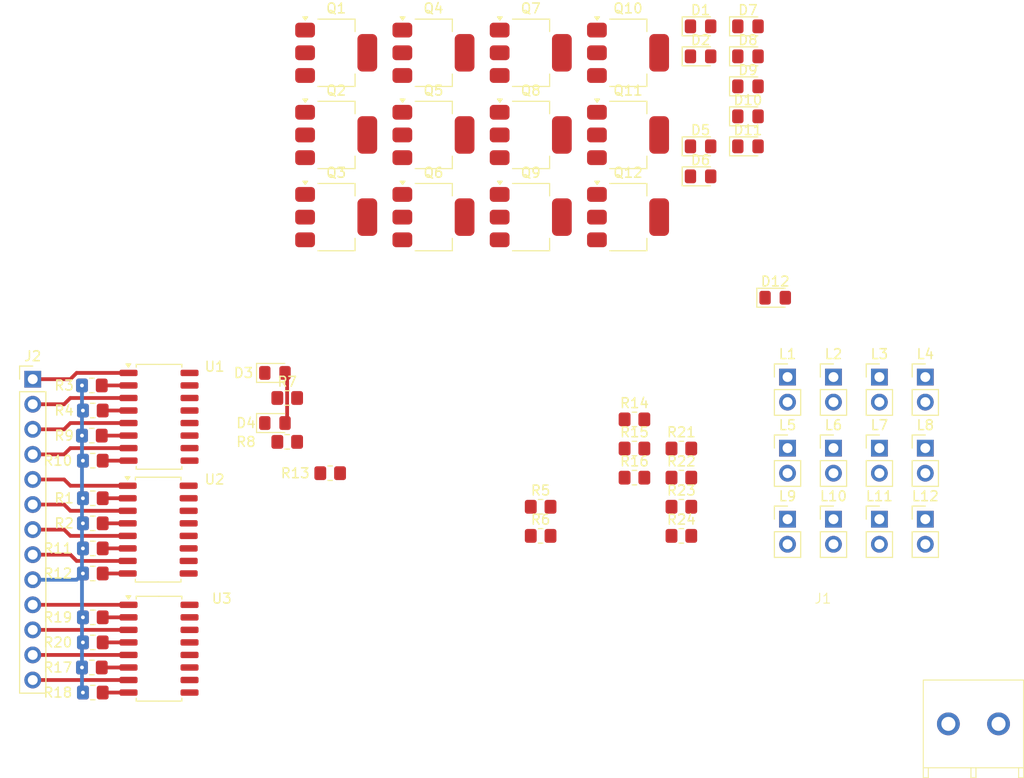
<source format=kicad_pcb>
(kicad_pcb (version 20241229) (generator "pcbnew") (generator_version "9.0")
  (layers (0 "F.Cu" signal) (2 "B.Cu" signal) (13 "F.Paste" user) (15 "B.Paste" user) (5 "F.SilkS" user "F.Silkscreen") (7 "B.SilkS" user "B.Silkscreen") (1 "F.Mask" user) (3 "B.Mask" user) (25 "Edge.Cuts" user))
  (net 0 "")
  (net 1 "+12v")
  (net 2 "Net-(D1-K)")
  (net 3 "Net-(D2-K)")
  (net 4 "Net-(D3-K)")
  (net 5 "Net-(D4-K)")
  (net 6 "Net-(D5-K)")
  (net 7 "Net-(D6-K)")
  (net 8 "Net-(D7-K)")
  (net 9 "Net-(D8-K)")
  (net 10 "Net-(D9-K)")
  (net 11 "Net-(D10-K)")
  (net 12 "Net-(D11-K)")
  (net 13 "Chassis_GND")
  (net 14 "E MUTE")
  (net 15 "E1")
  (net 16 "A1")
  (net 17 "A MUTE")
  (net 18 "D MUTE")
  (net 19 "G0")
  (net 20 "D1")
  (net 21 "GND")
  (net 22 "G1")
  (net 23 "A0")
  (net 24 "E0")
  (net 25 "G MUTE")
  (net 26 "D0")
  (net 27 "Net-(Q1-C)")
  (net 28 "Net-(Q2-C)")
  (net 29 "Net-(Q3-C)")
  (net 30 "Net-(Q4-C)")
  (net 31 "Net-(Q5-C)")
  (net 32 "Net-(Q6-C)")
  (net 33 "Net-(Q7-C)")
  (net 34 "Net-(Q8-C)")
  (net 35 "Net-(Q9-C)")
  (net 36 "Net-(Q10-C)")
  (net 37 "Net-(Q11-C)")
  (net 38 "Net-(Q12-C)")
  (net 39 "Net-(Q1-B)")
  (net 40 "Net-(Q2-B)")
  (net 41 "Net-(Q3-B)")
  (net 42 "Net-(Q4-B)")
  (net 43 "Net-(Q5-B)")
  (net 44 "Net-(Q6-B)")
  (net 45 "Net-(Q7-B)")
  (net 46 "Net-(Q8-B)")
  (net 47 "Net-(Q9-B)")
  (net 48 "Net-(Q10-B)")
  (net 49 "Net-(Q11-B)")
  (net 50 "Net-(Q12-B)")
  (net 51 "Net-(R1-Pad2)")
  (net 52 "Net-(R2-Pad2)")
  (net 53 "Net-(R3-Pad2)")
  (net 54 "Net-(R4-Pad2)")
  (net 55 "Net-(R5-Pad1)")
  (net 56 "Net-(R6-Pad1)")
  (net 57 "Net-(R7-Pad1)")
  (net 58 "Net-(R8-Pad1)")
  (net 59 "Net-(R9-Pad2)")
  (net 60 "Net-(R10-Pad2)")
  (net 61 "Net-(R11-Pad2)")
  (net 62 "Net-(R12-Pad2)")
  (net 63 "Net-(R13-Pad1)")
  (net 64 "Net-(R14-Pad1)")
  (net 65 "Net-(R15-Pad1)")
  (net 66 "Net-(R16-Pad1)")
  (net 67 "Net-(R17-Pad2)")
  (net 68 "Net-(R18-Pad2)")
  (net 69 "Net-(R19-Pad2)")
  (net 70 "Net-(R20-Pad2)")
  (net 71 "Net-(R21-Pad1)")
  (net 72 "Net-(R22-Pad1)")
  (net 73 "Net-(R23-Pad1)")
  (net 74 "Net-(R24-Pad1)")
  (net 75 "Net-(D12-K)")
  (footprint "Resistor_SMD:R_0805_2012Metric_Pad1.20x1.40mm_HandSolder" (layer "F.Cu") (at 73.295 95.25)
    (property "Reference" "R13" (at -3.54 0 0) (layer "F.SilkS"))
    (property "Value" "4.7kΩ")
    (pad "1" smd roundrect (at -1 0) (size 1.2 1.4) (layers "F.Cu" "F.Mask" "F.Paste") (roundrect_rratio 0.208333) (net 63 "Net-(R13-Pad1)"))
    (pad "2" smd roundrect (at 1 0) (size 1.2 1.4) (layers "F.Cu" "F.Mask" "F.Paste") (roundrect_rratio 0.208333) (net 43 "Net-(Q5-B)"))
  )
  (footprint "Package_TO_SOT_SMD:SOT-223-3_TabPin2" (layer "F.Cu") (at 103.455 52.655)
    (property "Reference" "Q10" (at 0 -4.5 0) (layer "F.SilkS"))
    (property "Value" "STN851-A")
    (pad "1" smd roundrect (at -3.15 -2.3) (size 2 1.5) (layers "F.Cu" "F.Mask" "F.Paste") (net 48 "Net-(Q10-B)"))
    (pad "2" smd roundrect (at -3.15 0) (size 2 1.5) (layers "F.Cu" "F.Mask" "F.Paste") (net 36 "Net-(Q10-C)"))
    (pad "2" smd roundrect (at 3.15 0) (size 2 3.8) (layers "F.Cu" "F.Mask" "F.Paste") (net 36 "Net-(Q10-C)"))
    (pad "3" smd roundrect (at -3.15 2.3) (size 2 1.5) (layers "F.Cu" "F.Mask" "F.Paste") (net 13 "Chassis_GND"))
  )
  (footprint "Resistor_SMD:R_0805_2012Metric_Pad1.20x1.40mm_HandSolder" (layer "F.Cu") (at 49.26 102.87)
    (property "Reference" "R11" (at -3.54 0 0) (layer "F.SilkS"))
    (property "Value" "4.7kΩ")
    (pad "1" thru_hole roundrect (at -1 0) (size 1.2 1.4) (drill 0.381) (layers "*.Cu" "*.Mask") (roundrect_rratio 0.208333) (net 21 "GND"))
    (pad "2" smd roundrect (at 1 0) (size 1.2 1.4) (layers "F.Cu" "F.Mask" "F.Paste") (roundrect_rratio 0.208333) (net 61 "Net-(R11-Pad2)"))
  )
  (footprint "Package_TO_SOT_SMD:SOT-223-3_TabPin2" (layer "F.Cu") (at 93.605 60.98)
    (property "Reference" "Q8" (at 0 -4.5 0) (layer "F.SilkS"))
    (property "Value" "STN851-A")
    (pad "1" smd roundrect (at -3.15 -2.3) (size 2 1.5) (layers "F.Cu" "F.Mask" "F.Paste") (net 46 "Net-(Q8-B)"))
    (pad "2" smd roundrect (at -3.15 0) (size 2 1.5) (layers "F.Cu" "F.Mask" "F.Paste") (net 34 "Net-(Q8-C)"))
    (pad "2" smd roundrect (at 3.15 0) (size 2 3.8) (layers "F.Cu" "F.Mask" "F.Paste") (net 34 "Net-(Q8-C)"))
    (pad "3" smd roundrect (at -3.15 2.3) (size 2 1.5) (layers "F.Cu" "F.Mask" "F.Paste") (net 13 "Chassis_GND"))
  )
  (footprint "Package_TO_SOT_SMD:SOT-223-3_TabPin2" (layer "F.Cu") (at 83.755 60.98)
    (property "Reference" "Q5" (at 0 -4.5 0) (layer "F.SilkS"))
    (property "Value" "STN851-A")
    (pad "1" smd roundrect (at -3.15 -2.3) (size 2 1.5) (layers "F.Cu" "F.Mask" "F.Paste") (net 43 "Net-(Q5-B)"))
    (pad "2" smd roundrect (at -3.15 0) (size 2 1.5) (layers "F.Cu" "F.Mask" "F.Paste") (net 31 "Net-(Q5-C)"))
    (pad "2" smd roundrect (at 3.15 0) (size 2 3.8) (layers "F.Cu" "F.Mask" "F.Paste") (net 31 "Net-(Q5-C)"))
    (pad "3" smd roundrect (at -3.15 2.3) (size 2 1.5) (layers "F.Cu" "F.Mask" "F.Paste") (net 13 "Chassis_GND"))
  )
  (footprint "Connector_PinHeader_2.54mm:PinHeader_1x02_P2.54mm_Vertical" (layer "F.Cu") (at 119.605 99.91)
    (property "Reference" "L9" (at 0 -2.33 0) (layer "F.SilkS"))
    (property "Value" "Solenoid")
    (pad "1" thru_hole rect (at 0 0) (size 1.7 1.7) (drill 1) (layers "*.Cu" "*.Mask") (net 1 "+12v"))
    (pad "2" thru_hole oval (at 0 2.54) (size 1.7 1.7) (drill 1) (layers "*.Cu" "*.Mask") (net 35 "Net-(Q9-C)"))
  )
  (footprint "Connector_PinHeader_2.54mm:PinHeader_1x02_P2.54mm_Vertical" (layer "F.Cu") (at 128.905 99.91)
    (property "Reference" "L11" (at 0 -2.33 0) (layer "F.SilkS"))
    (property "Value" "Solenoid")
    (pad "1" thru_hole rect (at 0 0) (size 1.7 1.7) (drill 1) (layers "*.Cu" "*.Mask") (net 1 "+12v"))
    (pad "2" thru_hole oval (at 0 2.54) (size 1.7 1.7) (drill 1) (layers "*.Cu" "*.Mask") (net 37 "Net-(Q11-C)"))
  )
  (footprint "Package_TO_SOT_SMD:SOT-223-3_TabPin2" (layer "F.Cu") (at 103.455 60.98)
    (property "Reference" "Q11" (at 0 -4.5 0) (layer "F.SilkS"))
    (property "Value" "STN851-A")
    (pad "1" smd roundrect (at -3.15 -2.3) (size 2 1.5) (layers "F.Cu" "F.Mask" "F.Paste") (net 49 "Net-(Q11-B)"))
    (pad "2" smd roundrect (at -3.15 0) (size 2 1.5) (layers "F.Cu" "F.Mask" "F.Paste") (net 37 "Net-(Q11-C)"))
    (pad "2" smd roundrect (at 3.15 0) (size 2 3.8) (layers "F.Cu" "F.Mask" "F.Paste") (net 37 "Net-(Q11-C)"))
    (pad "3" smd roundrect (at -3.15 2.3) (size 2 1.5) (layers "F.Cu" "F.Mask" "F.Paste") (net 13 "Chassis_GND"))
  )
  (footprint "Connector_PinHeader_2.54mm:PinHeader_1x02_P2.54mm_Vertical" (layer "F.Cu") (at 119.605 92.71)
    (property "Reference" "L5" (at 0 -2.33 0) (layer "F.SilkS"))
    (property "Value" "Solenoid")
    (pad "1" thru_hole rect (at 0 0) (size 1.7 1.7) (drill 1) (layers "*.Cu" "*.Mask") (net 1 "+12v"))
    (pad "2" thru_hole oval (at 0 2.54) (size 1.7 1.7) (drill 1) (layers "*.Cu" "*.Mask") (net 31 "Net-(Q5-C)"))
  )
  (footprint "Resistor_SMD:R_0805_2012Metric_Pad1.20x1.40mm_HandSolder" (layer "F.Cu") (at 104.105 89.8)
    (property "Reference" "R14" (at 0 -1.65 0) (layer "F.SilkS"))
    (property "Value" "4.7kΩ")
    (pad "1" smd roundrect (at -1 0) (size 1.2 1.4) (layers "F.Cu" "F.Mask" "F.Paste") (roundrect_rratio 0.208333) (net 64 "Net-(R14-Pad1)"))
    (pad "2" smd roundrect (at 1 0) (size 1.2 1.4) (layers "F.Cu" "F.Mask" "F.Paste") (roundrect_rratio 0.208333) (net 44 "Net-(Q6-B)"))
  )
  (footprint "Connector_PinHeader_2.54mm:PinHeader_1x02_P2.54mm_Vertical" (layer "F.Cu") (at 133.555 85.51)
    (property "Reference" "L4" (at 0 -2.33 0) (layer "F.SilkS"))
    (property "Value" "Solenoid")
    (pad "1" thru_hole rect (at 0 0) (size 1.7 1.7) (drill 1) (layers "*.Cu" "*.Mask") (net 1 "+12v"))
    (pad "2" thru_hole oval (at 0 2.54) (size 1.7 1.7) (drill 1) (layers "*.Cu" "*.Mask") (net 30 "Net-(Q4-C)"))
  )
  (footprint "Connector_PinHeader_2.54mm:PinHeader_1x13_P2.54mm_Vertical" (layer "F.Cu") (at 43.18 85.725)
    (property "Reference" "J2" (at 0 -2.33 0) (layer "F.SilkS"))
    (property "Value" "Pluck IN")
    (pad "1" thru_hole rect (at 0 0) (size 1.7 1.7) (drill 1) (layers "*.Cu" "*.Mask") (net 24 "E0"))
    (pad "2" thru_hole oval (at 0 2.54) (size 1.7 1.7) (drill 1) (layers "*.Cu" "*.Mask") (net 15 "E1"))
    (pad "3" thru_hole oval (at 0 5.08) (size 1.7 1.7) (drill 1) (layers "*.Cu" "*.Mask") (net 23 "A0"))
    (pad "4" thru_hole oval (at 0 7.62) (size 1.7 1.7) (drill 1) (layers "*.Cu" "*.Mask") (net 16 "A1"))
    (pad "5" thru_hole oval (at 0 10.16) (size 1.7 1.7) (drill 1) (layers "*.Cu" "*.Mask") (net 26 "D0"))
    (pad "6" thru_hole oval (at 0 12.7) (size 1.7 1.7) (drill 1) (layers "*.Cu" "*.Mask") (net 20 "D1"))
    (pad "7" thru_hole oval (at 0 15.24) (size 1.7 1.7) (drill 1) (layers "*.Cu" "*.Mask") (net 19 "G0"))
    (pad "8" thru_hole oval (at 0 17.78) (size 1.7 1.7) (drill 1) (layers "*.Cu" "*.Mask") (net 22 "G1"))
    (pad "9" thru_hole oval (at 0 20.32) (size 1.7 1.7) (drill 1) (layers "*.Cu" "*.Mask") (net 21 "GND"))
    (pad "10" thru_hole oval (at 0 22.86) (size 1.7 1.7) (drill 1) (layers "*.Cu" "*.Mask") (net 14 "E MUTE"))
    (pad "11" thru_hole oval (at 0 25.4) (size 1.7 1.7) (drill 1) (layers "*.Cu" "*.Mask") (net 17 "A MUTE"))
    (pad "12" thru_hole oval (at 0 27.94) (size 1.7 1.7) (drill 1) (layers "*.Cu" "*.Mask") (net 18 "D MUTE"))
    (pad "13" thru_hole oval (at 0 30.48) (size 1.7 1.7) (drill 1) (layers "*.Cu" "*.Mask") (net 25 "G MUTE"))
  )
  (footprint "Resistor_SMD:R_0805_2012Metric_Pad1.20x1.40mm_HandSolder" (layer "F.Cu") (at 49.165 114.935)
    (property "Reference" "R17" (at -3.445 0 0) (layer "F.SilkS"))
    (property "Value" "4.7kΩ")
    (pad "1" thru_hole roundrect (at -1 0) (size 1.2 1.4) (drill 0.381) (layers "*.Cu" "*.Mask") (roundrect_rratio 0.208333) (net 21 "GND"))
    (pad "2" smd roundrect (at 1 0) (size 1.2 1.4) (layers "F.Cu" "F.Mask" "F.Paste") (roundrect_rratio 0.208333) (net 67 "Net-(R17-Pad2)"))
  )
  (footprint "LED_SMD:LED_0805_2012Metric_Pad1.15x1.40mm_HandSolder" (layer "F.Cu") (at 115.595 49.975)
    (property "Reference" "D7" (at 0 -1.65 0) (layer "F.SilkS"))
    (property "Value" "LED")
    (pad "1" smd roundrect (at -1.025 0) (size 1.15 1.4) (layers "F.Cu" "F.Mask" "F.Paste") (roundrect_rratio 0.217391) (net 8 "Net-(D7-K)"))
    (pad "2" smd roundrect (at 1.025 0) (size 1.15 1.4) (layers "F.Cu" "F.Mask" "F.Paste") (roundrect_rratio 0.217391) (net 1 "+12v"))
  )
  (footprint "Connector_PinHeader_2.54mm:PinHeader_1x02_P2.54mm_Vertical" (layer "F.Cu") (at 133.555 99.91)
    (property "Reference" "L12" (at 0 -2.33 0) (layer "F.SilkS"))
    (property "Value" "Solenoid")
    (pad "1" thru_hole rect (at 0 0) (size 1.7 1.7) (drill 1) (layers "*.Cu" "*.Mask") (net 1 "+12v"))
    (pad "2" thru_hole oval (at 0 2.54) (size 1.7 1.7) (drill 1) (layers "*.Cu" "*.Mask") (net 38 "Net-(Q12-C)"))
  )
  (footprint "Resistor_SMD:R_0805_2012Metric_Pad1.20x1.40mm_HandSolder" (layer "F.Cu") (at 49.165 86.36)
    (property "Reference" "R3" (at -2.81 0 0) (layer "F.SilkS"))
    (property "Value" "4.7kΩ")
    (pad "1" thru_hole roundrect (at -1 0) (size 1.2 1.4) (drill 0.381) (layers "*.Cu" "*.Mask") (roundrect_rratio 0.208333) (net 21 "GND"))
    (pad "2" smd roundrect (at 1 0) (size 1.2 1.4) (layers "F.Cu" "F.Mask" "F.Paste") (roundrect_rratio 0.208333) (net 53 "Net-(R3-Pad2)"))
  )
  (footprint "Package_SO:SOP-16_4.4x10.4mm_P1.27mm" (layer "F.Cu") (at 55.9675 89.535)
    (property "Reference" "U1" (at 5.6275 -5.08 0) (layer "F.SilkS"))
    (property "Value" "LTV-247")
    (pad "1" smd roundrect (at -3.0875 -4.445) (size 1.825 0.65) (layers "F.Cu" "F.Mask" "F.Paste") (net 24 "E0"))
    (pad "2" smd roundrect (at -3.0875 -3.175) (size 1.825 0.65) (layers "F.Cu" "F.Mask" "F.Paste") (net 53 "Net-(R3-Pad2)"))
    (pad "3" smd roundrect (at -3.0875 -1.905) (size 1.825 0.65) (layers "F.Cu" "F.Mask" "F.Paste") (net 15 "E1"))
    (pad "4" smd roundrect (at -3.0875 -0.635) (size 1.825 0.65) (layers "F.Cu" "F.Mask" "F.Paste") (net 54 "Net-(R4-Pad2)"))
    (pad "5" smd roundrect (at -3.0875 0.635) (size 1.825 0.65) (layers "F.Cu" "F.Mask" "F.Paste") (net 23 "A0"))
    (pad "6" smd roundrect (at -3.0875 1.905) (size 1.825 0.65) (layers "F.Cu" "F.Mask" "F.Paste") (net 59 "Net-(R9-Pad2)"))
    (pad "7" smd roundrect (at -3.0875 3.175) (size 1.825 0.65) (layers "F.Cu" "F.Mask" "F.Paste") (net 16 "A1"))
    (pad "8" smd roundrect (at -3.0875 4.445) (size 1.825 0.65) (layers "F.Cu" "F.Mask" "F.Paste") (net 60 "Net-(R10-Pad2)"))
    (pad "9" smd roundrect (at 3.0875 4.445) (size 1.825 0.65) (layers "F.Cu" "F.Mask" "F.Paste") (net 64 "Net-(R14-Pad1)"))
    (pad "10" smd roundrect (at 3.0875 3.175) (size 1.825 0.65) (layers "F.Cu" "F.Mask" "F.Paste") (net 6 "Net-(D5-K)"))
    (pad "11" smd roundrect (at 3.0875 1.905) (size 1.825 0.65) (layers "F.Cu" "F.Mask" "F.Paste") (net 63 "Net-(R13-Pad1)"))
    (pad "12" smd roundrect (at 3.0875 0.635) (size 1.825 0.65) (layers "F.Cu" "F.Mask" "F.Paste") (net 7 "Net-(D6-K)"))
    (pad "13" smd roundrect (at 3.0875 -0.635) (size 1.825 0.65) (layers "F.Cu" "F.Mask" "F.Paste") (net 58 "Net-(R8-Pad1)"))
    (pad "14" smd roundrect (at 3.0875 -1.905) (size 1.825 0.65) (layers "F.Cu" "F.Mask" "F.Paste") (net 5 "Net-(D4-K)"))
    (pad "15" smd roundrect (at 3.0875 -3.175) (size 1.825 0.65) (layers "F.Cu" "F.Mask" "F.Paste") (net 57 "Net-(R7-Pad1)"))
    (pad "16" smd roundrect (at 3.0875 -4.445) (size 1.825 0.65) (layers "F.Cu" "F.Mask" "F.Paste") (net 4 "Net-(D3-K)"))
  )
  (footprint "Resistor_SMD:R_0805_2012Metric_Pad1.20x1.40mm_HandSolder" (layer "F.Cu") (at 49.165 91.44)
    (property "Reference" "R9" (at -2.81 0 0) (layer "F.SilkS"))
    (property "Value" "4.7kΩ")
    (pad "1" thru_hole roundrect (at -1 0) (size 1.2 1.4) (drill 0.381) (layers "*.Cu" "*.Mask") (roundrect_rratio 0.208333) (net 21 "GND"))
    (pad "2" smd roundrect (at 1 0) (size 1.2 1.4) (layers "F.Cu" "F.Mask" "F.Paste") (roundrect_rratio 0.208333) (net 59 "Net-(R9-Pad2)"))
  )
  (footprint "Package_SO:SOP-16_4.4x10.4mm_P1.27mm" (layer "F.Cu") (at 55.88 100.965)
    (property "Reference" "U2" (at 5.715 -5.08 0) (layer "F.SilkS"))
    (property "Value" "LTV-247")
    (pad "1" smd roundrect (at -3.0875 -4.445) (size 1.825 0.65) (layers "F.Cu" "F.Mask" "F.Paste") (net 26 "D0"))
    (pad "2" smd roundrect (at -3.0875 -3.175) (size 1.825 0.65) (layers "F.Cu" "F.Mask" "F.Paste") (net 51 "Net-(R1-Pad2)"))
    (pad "3" smd roundrect (at -3.0875 -1.905) (size 1.825 0.65) (layers "F.Cu" "F.Mask" "F.Paste") (net 20 "D1"))
    (pad "4" smd roundrect (at -3.0875 -0.635) (size 1.825 0.65) (layers "F.Cu" "F.Mask" "F.Paste") (net 52 "Net-(R2-Pad2)"))
    (pad "5" smd roundrect (at -3.0875 0.635) (size 1.825 0.65) (layers "F.Cu" "F.Mask" "F.Paste") (net 19 "G0"))
    (pad "6" smd roundrect (at -3.0875 1.905) (size 1.825 0.65) (layers "F.Cu" "F.Mask" "F.Paste") (net 61 "Net-(R11-Pad2)"))
    (pad "7" smd roundrect (at -3.0875 3.175) (size 1.825 0.65) (layers "F.Cu" "F.Mask" "F.Paste") (net 22 "G1"))
    (pad "8" smd roundrect (at -3.0875 4.445) (size 1.825 0.65) (layers "F.Cu" "F.Mask" "F.Paste") (net 62 "Net-(R12-Pad2)"))
    (pad "9" smd roundrect (at 3.0875 4.445) (size 1.825 0.65) (layers "F.Cu" "F.Mask" "F.Paste") (net 66 "Net-(R16-Pad1)"))
    (pad "10" smd roundrect (at 3.0875 3.175) (size 1.825 0.65) (layers "F.Cu" "F.Mask" "F.Paste") (net 9 "Net-(D8-K)"))
    (pad "11" smd roundrect (at 3.0875 1.905) (size 1.825 0.65) (layers "F.Cu" "F.Mask" "F.Paste") (net 65 "Net-(R15-Pad1)"))
    (pad "12" smd roundrect (at 3.0875 0.635) (size 1.825 0.65) (layers "F.Cu" "F.Mask" "F.Paste") (net 8 "Net-(D7-K)"))
    (pad "13" smd roundrect (at 3.0875 -0.635) (size 1.825 0.65) (layers "F.Cu" "F.Mask" "F.Paste") (net 56 "Net-(R6-Pad1)"))
    (pad "14" smd roundrect (at 3.0875 -1.905) (size 1.825 0.65) (layers "F.Cu" "F.Mask" "F.Paste") (net 2 "Net-(D1-K)"))
    (pad "15" smd roundrect (at 3.0875 -3.175) (size 1.825 0.65) (layers "F.Cu" "F.Mask" "F.Paste") (net 55 "Net-(R5-Pad1)"))
    (pad "16" smd roundrect (at 3.0875 -4.445) (size 1.825 0.65) (layers "F.Cu" "F.Mask" "F.Paste") (net 3 "Net-(D2-K)"))
  )
  (footprint "Package_TO_SOT_SMD:SOT-223-3_TabPin2" (layer "F.Cu") (at 83.755 52.655)
    (property "Reference" "Q4" (at 0 -4.5 0) (layer "F.SilkS"))
    (property "Value" "STN851-A")
    (pad "1" smd roundrect (at -3.15 -2.3) (size 2 1.5) (layers "F.Cu" "F.Mask" "F.Paste") (net 42 "Net-(Q4-B)"))
    (pad "2" smd roundrect (at -3.15 0) (size 2 1.5) (layers "F.Cu" "F.Mask" "F.Paste") (net 30 "Net-(Q4-C)"))
    (pad "2" smd roundrect (at 3.15 0) (size 2 3.8) (layers "F.Cu" "F.Mask" "F.Paste") (net 30 "Net-(Q4-C)"))
    (pad "3" smd roundrect (at -3.15 2.3) (size 2 1.5) (layers "F.Cu" "F.Mask" "F.Paste") (net 13 "Chassis_GND"))
  )
  (footprint "Resistor_SMD:R_0805_2012Metric_Pad1.20x1.40mm_HandSolder" (layer "F.Cu") (at 108.855 92.75)
    (property "Reference" "R21" (at 0 -1.65 0) (layer "F.SilkS"))
    (property "Value" "4.7kΩ")
    (pad "1" smd roundrect (at -1 0) (size 1.2 1.4) (layers "F.Cu" "F.Mask" "F.Paste") (roundrect_rratio 0.208333) (net 71 "Net-(R21-Pad1)"))
    (pad "2" smd roundrect (at 1 0) (size 1.2 1.4) (layers "F.Cu" "F.Mask" "F.Paste") (roundrect_rratio 0.208333) (net 47 "Net-(Q9-B)"))
  )
  (footprint "Resistor_SMD:R_0805_2012Metric_Pad1.20x1.40mm_HandSolder" (layer "F.Cu") (at 68.945 92.075)
    (property "Reference" "R8" (at -4.175 0 0) (layer "F.SilkS"))
    (property "Value" "4.7kΩ")
    (pad "1" smd roundrect (at -1 0) (size 1.2 1.4) (layers "F.Cu" "F.Mask" "F.Paste") (roundrect_rratio 0.208333) (net 58 "Net-(R8-Pad1)"))
    (pad "2" smd roundrect (at 1 0) (size 1.2 1.4) (layers "F.Cu" "F.Mask" "F.Paste") (roundrect_rratio 0.208333) (net 42 "Net-(Q4-B)"))
  )
  (footprint "OF Footprints:Two_Pin_Screw_Terminal" (layer "F.Cu") (at 138.43 120.65)
    (property "Reference" "J1" (at -15.24 -12.7 0) (layer "F.SilkS") (effects (font (thickness 0.1))))
    (property "Value" "Power In")
    (pad "1" thru_hole circle (at -2.54 0) (size 2.3114 2.3114) (drill 1.4224) (layers "*.Cu" "*.Mask") (net 1 "+12v"))
    (pad "2" thru_hole circle (at 2.54 0) (size 2.3114 2.3114) (drill 1.4224) (layers "*.Cu" "*.Mask") (net 13 "Chassis_GND"))
  )
  (footprint "Resistor_SMD:R_0805_2012Metric_Pad1.20x1.40mm_HandSolder" (layer "F.Cu") (at 49.26 88.9)
    (property "Reference" "R4" (at -2.905 0 0) (layer "F.SilkS"))
    (property "Value" "4.7kΩ")
    (pad "1" thru_hole roundrect (at -1 0) (size 1.2 1.4) (drill 0.381) (layers "*.Cu" "*.Mask") (roundrect_rratio 0.208333) (net 21 "GND"))
    (pad "2" smd roundrect (at 1 0) (size 1.2 1.4) (layers "F.Cu" "F.Mask" "F.Paste") (roundrect_rratio 0.208333) (net 54 "Net-(R4-Pad2)"))
  )
  (footprint "Connector_PinHeader_2.54mm:PinHeader_1x02_P2.54mm_Vertical" (layer "F.Cu") (at 124.255 85.51)
    (property "Reference" "L2" (at 0 -2.33 0) (layer "F.SilkS"))
    (property "Value" "Solenoid")
    (pad "1" thru_hole rect (at 0 0) (size 1.7 1.7) (drill 1) (layers "*.Cu" "*.Mask") (net 1 "+12v"))
    (pad "2" thru_hole oval (at 0 2.54) (size 1.7 1.7) (drill 1) (layers "*.Cu" "*.Mask") (net 28 "Net-(Q2-C)"))
  )
  (footprint "Resistor_SMD:R_0805_2012Metric_Pad1.20x1.40mm_HandSolder" (layer "F.Cu") (at 49.26 112.395)
    (property "Reference" "R20" (at -3.54 0 0) (layer "F.SilkS"))
    (property "Value" "4.7kΩ")
    (pad "1" thru_hole roundrect (at -1 0) (size 1.2 1.4) (drill 0.381) (layers "*.Cu" "*.Mask") (roundrect_rratio 0.208333) (net 21 "GND"))
    (pad "2" smd roundrect (at 1 0) (size 1.2 1.4) (layers "F.Cu" "F.Mask" "F.Paste") (roundrect_rratio 0.208333) (net 70 "Net-(R20-Pad2)"))
  )
  (footprint "Package_TO_SOT_SMD:SOT-223-3_TabPin2" (layer "F.Cu") (at 73.905 69.305)
    (property "Reference" "Q3" (at 0 -4.5 0) (layer "F.SilkS"))
    (property "Value" "STN851-A")
    (pad "1" smd roundrect (at -3.15 -2.3) (size 2 1.5) (layers "F.Cu" "F.Mask" "F.Paste") (net 41 "Net-(Q3-B)"))
    (pad "2" smd roundrect (at -3.15 0) (size 2 1.5) (layers "F.Cu" "F.Mask" "F.Paste") (net 29 "Net-(Q3-C)"))
    (pad "2" smd roundrect (at 3.15 0) (size 2 3.8) (layers "F.Cu" "F.Mask" "F.Paste") (net 29 "Net-(Q3-C)"))
    (pad "3" smd roundrect (at -3.15 2.3) (size 2 1.5) (layers "F.Cu" "F.Mask" "F.Paste") (net 13 "Chassis_GND"))
  )
  (footprint "LED_SMD:LED_0805_2012Metric_Pad1.15x1.40mm_HandSolder" (layer "F.Cu") (at 115.595 59.095)
    (property "Reference" "D10" (at 0 -1.65 0) (layer "F.SilkS"))
    (property "Value" "LED")
    (pad "1" smd roundrect (at -1.025 0) (size 1.15 1.4) (layers "F.Cu" "F.Mask" "F.Paste") (roundrect_rratio 0.217391) (net 11 "Net-(D10-K)"))
    (pad "2" smd roundrect (at 1.025 0) (size 1.15 1.4) (layers "F.Cu" "F.Mask" "F.Paste") (roundrect_rratio 0.217391) (net 1 "+12v"))
  )
  (footprint "Package_SO:SOP-16_4.4x10.4mm_P1.27mm" (layer "F.Cu") (at 55.9675 113.03)
    (property "Reference" "U3" (at 6.35 -5.08 0) (layer "F.SilkS"))
    (property "Value" "LTV-247")
    (pad "1" smd roundrect (at -3.0875 -4.445) (size 1.825 0.65) (layers "F.Cu" "F.Mask" "F.Paste") (net 14 "E MUTE"))
    (pad "2" smd roundrect (at -3.0875 -3.175) (size 1.825 0.65) (layers "F.Cu" "F.Mask" "F.Paste") (net 69 "Net-(R19-Pad2)"))
    (pad "3" smd roundrect (at -3.0875 -1.905) (size 1.825 0.65) (layers "F.Cu" "F.Mask" "F.Paste") (net 17 "A MUTE"))
    (pad "4" smd roundrect (at -3.0875 -0.635) (size 1.825 0.65) (layers "F.Cu" "F.Mask" "F.Paste") (net 70 "Net-(R20-Pad2)"))
    (pad "5" smd roundrect (at -3.0875 0.635) (size 1.825 0.65) (layers "F.Cu" "F.Mask" "F.Paste") (net 18 "D MUTE"))
    (pad "6" smd roundrect (at -3.0875 1.905) (size 1.825 0.65) (layers "F.Cu" "F.Mask" "F.Paste") (net 67 "Net-(R17-Pad2)"))
    (pad "7" smd roundrect (at -3.0875 3.175) (size 1.825 0.65) (layers "F.Cu" "F.Mask" "F.Paste") (net 25 "G MUTE"))
    (pad "8" smd roundrect (at -3.0875 4.445) (size 1.825 0.65) (layers "F.Cu" "F.Mask" "F.Paste") (net 68 "Net-(R18-Pad2)"))
    (pad "9" smd roundrect (at 3.0875 4.445) (size 1.825 0.65) (layers "F.Cu" "F.Mask" "F.Paste") (net 72 "Net-(R22-Pad1)"))
    (pad "10" smd roundrect (at 3.0875 3.175) (size 1.825 0.65) (layers "F.Cu" "F.Mask" "F.Paste") (net 75 "Net-(D12-K)"))
    (pad "11" smd roundrect (at 3.0875 1.905) (size 1.825 0.65) (layers "F.Cu" "F.Mask" "F.Paste") (net 71 "Net-(R21-Pad1)"))
    (pad "12" smd roundrect (at 3.0875 0.635) (size 1.825 0.65) (layers "F.Cu" "F.Mask" "F.Paste") (net 11 "Net-(D10-K)"))
    (pad "13" smd roundrect (at 3.0875 -0.635) (size 1.825 0.65) (layers "F.Cu" "F.Mask" "F.Paste") (net 74 "Net-(R24-Pad1)"))
    (pad "14" smd roundrect (at 3.0875 -1.905) (size 1.825 0.65) (layers "F.Cu" "F.Mask" "F.Paste") (net 10 "Net-(D9-K)"))
    (pad "15" smd roundrect (at 3.0875 -3.175) (size 1.825 0.65) (layers "F.Cu" "F.Mask" "F.Paste") (net 73 "Net-(R23-Pad1)"))
    (pad "16" smd roundrect (at 3.0875 -4.445) (size 1.825 0.65) (layers "F.Cu" "F.Mask" "F.Paste") (net 12 "Net-(D11-K)"))
  )
  (footprint "LED_SMD:LED_0805_2012Metric_Pad1.15x1.40mm_HandSolder" (layer "F.Cu") (at 118.355 77.47)
    (property "Reference" "D12" (at 0 -1.65 0) (layer "F.SilkS"))
    (property "Value" "LED")
    (pad "1" smd roundrect (at -1.025 0) (size 1.15 1.4) (layers "F.Cu" "F.Mask" "F.Paste") (roundrect_rratio 0.217391) (net 75 "Net-(D12-K)"))
    (pad "2" smd roundrect (at 1.025 0) (size 1.15 1.4) (layers "F.Cu" "F.Mask" "F.Paste") (roundrect_rratio 0.217391) (net 1 "+12v"))
  )
  (footprint "Connector_PinHeader_2.54mm:PinHeader_1x02_P2.54mm_Vertical" (layer "F.Cu") (at 124.255 99.91)
    (property "Reference" "L10" (at 0 -2.33 0) (layer "F.SilkS"))
    (property "Value" "Solenoid")
    (pad "1" thru_hole rect (at 0 0) (size 1.7 1.7) (drill 1) (layers "*.Cu" "*.Mask") (net 1 "+12v"))
    (pad "2" thru_hole oval (at 0 2.54) (size 1.7 1.7) (drill 1) (layers "*.Cu" "*.Mask") (net 36 "Net-(Q10-C)"))
  )
  (footprint "LED_SMD:LED_0805_2012Metric_Pad1.15x1.40mm_HandSolder" (layer "F.Cu") (at 115.595 53.015)
    (property "Reference" "D8" (at 0 -1.65 0) (layer "F.SilkS"))
    (property "Value" "LED")
    (pad "1" smd roundrect (at -1.025 0) (size 1.15 1.4) (layers "F.Cu" "F.Mask" "F.Paste") (roundrect_rratio 0.217391) (net 9 "Net-(D8-K)"))
    (pad "2" smd roundrect (at 1.025 0) (size 1.15 1.4) (layers "F.Cu" "F.Mask" "F.Paste") (roundrect_rratio 0.217391) (net 1 "+12v"))
  )
  (footprint "Package_TO_SOT_SMD:SOT-223-3_TabPin2" (layer "F.Cu") (at 103.455 69.305)
    (property "Reference" "Q12" (at 0 -4.5 0) (layer "F.SilkS"))
    (property "Value" "STN851-A")
    (pad "1" smd roundrect (at -3.15 -2.3) (size 2 1.5) (layers "F.Cu" "F.Mask" "F.Paste") (net 50 "Net-(Q12-B)"))
    (pad "2" smd roundrect (at -3.15 0) (size 2 1.5) (layers "F.Cu" "F.Mask" "F.Paste") (net 38 "Net-(Q12-C)"))
    (pad "2" smd roundrect (at 3.15 0) (size 2 3.8) (layers "F.Cu" "F.Mask" "F.Paste") (net 38 "Net-(Q12-C)"))
    (pad "3" smd roundrect (at -3.15 2.3) (size 2 1.5) (layers "F.Cu" "F.Mask" "F.Paste") (net 13 "Chassis_GND"))
  )
  (footprint "Connector_PinHeader_2.54mm:PinHeader_1x02_P2.54mm_Vertical" (layer "F.Cu") (at 128.905 92.71)
    (property "Reference" "L7" (at 0 -2.33 0) (layer "F.SilkS"))
    (property "Value" "Solenoid")
    (pad "1" thru_hole rect (at 0 0) (size 1.7 1.7) (drill 1) (layers "*.Cu" "*.Mask") (net 1 "+12v"))
    (pad "2" thru_hole oval (at 0 2.54) (size 1.7 1.7) (drill 1) (layers "*.Cu" "*.Mask") (net 33 "Net-(Q7-C)"))
  )
  (footprint "Package_TO_SOT_SMD:SOT-223-3_TabPin2" (layer "F.Cu") (at 83.755 69.305)
    (property "Reference" "Q6" (at 0 -4.5 0) (layer "F.SilkS"))
    (property "Value" "STN851-A")
    (pad "1" smd roundrect (at -3.15 -2.3) (size 2 1.5) (layers "F.Cu" "F.Mask" "F.Paste") (net 44 "Net-(Q6-B)"))
    (pad "2" smd roundrect (at -3.15 0) (size 2 1.5) (layers "F.Cu" "F.Mask" "F.Paste") (net 32 "Net-(Q6-C)"))
    (pad "2" smd roundrect (at 3.15 0) (size 2 3.8) (layers "F.Cu" "F.Mask" "F.Paste") (net 32 "Net-(Q6-C)"))
    (pad "3" smd roundrect (at -3.15 2.3) (size 2 1.5) (layers "F.Cu" "F.Mask" "F.Paste") (net 13 "Chassis_GND"))
  )
  (footprint "Package_TO_SOT_SMD:SOT-223-3_TabPin2" (layer "F.Cu") (at 93.605 52.655)
    (property "Reference" "Q7" (at 0 -4.5 0) (layer "F.SilkS"))
    (property "Value" "STN851-A")
    (pad "1" smd roundrect (at -3.15 -2.3) (size 2 1.5) (layers "F.Cu" "F.Mask" "F.Paste") (net 45 "Net-(Q7-B)"))
    (pad "2" smd roundrect (at -3.15 0) (size 2 1.5) (layers "F.Cu" "F.Mask" "F.Paste") (net 33 "Net-(Q7-C)"))
    (pad "2" smd roundrect (at 3.15 0) (size 2 3.8) (layers "F.Cu" "F.Mask" "F.Paste") (net 33 "Net-(Q7-C)"))
    (pad "3" smd roundrect (at -3.15 2.3) (size 2 1.5) (layers "F.Cu" "F.Mask" "F.Paste") (net 13 "Chassis_GND"))
  )
  (footprint "LED_SMD:LED_0805_2012Metric_Pad1.15x1.40mm_HandSolder" (layer "F.Cu") (at 115.595 56.055)
    (property "Reference" "D9" (at 0 -1.65 0) (layer "F.SilkS"))
    (property "Value" "LED")
    (pad "1" smd roundrect (at -1.025 0) (size 1.15 1.4) (layers "F.Cu" "F.Mask" "F.Paste") (roundrect_rratio 0.217391) (net 10 "Net-(D9-K)"))
    (pad "2" smd roundrect (at 1.025 0) (size 1.15 1.4) (layers "F.Cu" "F.Mask" "F.Paste") (roundrect_rratio 0.217391) (net 1 "+12v"))
  )
  (footprint "LED_SMD:LED_0805_2012Metric_Pad1.15x1.40mm_HandSolder" (layer "F.Cu") (at 115.595 62.135)
    (property "Reference" "D11" (at 0 -1.65 0) (layer "F.SilkS"))
    (property "Value" "LED")
    (pad "1" smd roundrect (at -1.025 0) (size 1.15 1.4) (layers "F.Cu" "F.Mask" "F.Paste") (roundrect_rratio 0.217391) (net 12 "Net-(D11-K)"))
    (pad "2" smd roundrect (at 1.025 0) (size 1.15 1.4) (layers "F.Cu" "F.Mask" "F.Paste") (roundrect_rratio 0.217391) (net 1 "+12v"))
  )
  (footprint "Resistor_SMD:R_0805_2012Metric_Pad1.20x1.40mm_HandSolder" (layer "F.Cu") (at 49.26 93.98)
    (property "Reference" "R10" (at -3.54 0 0) (layer "F.SilkS"))
    (property "Value" "4.7kΩ")
    (pad "1" thru_hole roundrect (at -1 0) (size 1.2 1.4) (drill 0.381) (layers "*.Cu" "*.Mask") (roundrect_rratio 0.208333) (net 21 "GND"))
    (pad "2" smd roundrect (at 1 0) (size 1.2 1.4) (layers "F.Cu" "F.Mask" "F.Paste") (roundrect_rratio 0.208333) (net 60 "Net-(R10-Pad2)"))
  )
  (footprint "LED_SMD:LED_0805_2012Metric_Pad1.15x1.40mm_HandSolder" (layer "F.Cu") (at 110.8 65.175)
    (property "Reference" "D6" (at 0 -1.65 0) (layer "F.SilkS"))
    (property "Value" "LED")
    (pad "1" smd roundrect (at -1.025 0) (size 1.15 1.4) (layers "F.Cu" "F.Mask" "F.Paste") (roundrect_rratio 0.217391) (net 7 "Net-(D6-K)"))
    (pad "2" smd roundrect (at 1.025 0) (size 1.15 1.4) (layers "F.Cu" "F.Mask" "F.Paste") (roundrect_rratio 0.217391) (net 1 "+12v"))
  )
  (footprint "Resistor_SMD:R_0805_2012Metric_Pad1.20x1.40mm_HandSolder" (layer "F.Cu") (at 49.26 109.855)
    (property "Reference" "R19" (at -3.54 0 0) (layer "F.SilkS"))
    (property "Value" "4.7kΩ")
    (pad "1" thru_hole roundrect (at -1 0) (size 1.2 1.4) (drill 0.381) (layers "*.Cu" "*.Mask") (roundrect_rratio 0.208333) (net 21 "GND"))
    (pad "2" smd roundrect (at 1 0) (size 1.2 1.4) (layers "F.Cu" "F.Mask" "F.Paste") (roundrect_rratio 0.208333) (net 69 "Net-(R19-Pad2)"))
  )
  (footprint "LED_SMD:LED_0805_2012Metric_Pad1.15x1.40mm_HandSolder" (layer "F.Cu") (at 67.7 90.17)
    (property "Reference" "D4" (at -2.93 0 0) (layer "F.SilkS"))
    (property "Value" "LED")
    (pad "1" smd roundrect (at -1.025 0) (size 1.15 1.4) (layers "F.Cu" "F.Mask" "F.Paste") (roundrect_rratio 0.217391) (net 5 "Net-(D4-K)"))
    (pad "2" smd roundrect (at 1.025 0) (size 1.15 1.4) (layers "F.Cu" "F.Mask" "F.Paste") (roundrect_rratio 0.217391) (net 1 "+12v"))
  )
  (footprint "LED_SMD:LED_0805_2012Metric_Pad1.15x1.40mm_HandSolder" (layer "F.Cu") (at 110.8 53.015)
    (property "Reference" "D2" (at 0 -1.65 0) (layer "F.SilkS"))
    (property "Value" "LED")
    (pad "1" smd roundrect (at -1.025 0) (size 1.15 1.4) (layers "F.Cu" "F.Mask" "F.Paste") (roundrect_rratio 0.217391) (net 3 "Net-(D2-K)"))
    (pad "2" smd roundrect (at 1.025 0) (size 1.15 1.4) (layers "F.Cu" "F.Mask" "F.Paste") (roundrect_rratio 0.217391) (net 1 "+12v"))
  )
  (footprint "Connector_PinHeader_2.54mm:PinHeader_1x02_P2.54mm_Vertical" (layer "F.Cu") (at 133.555 92.71)
    (property "Reference" "L8" (at 0 -2.33 0) (layer "F.SilkS"))
    (property "Value" "Solenoid")
    (pad "1" thru_hole rect (at 0 0) (size 1.7 1.7) (drill 1) (layers "*.Cu" "*.Mask") (net 1 "+12v"))
    (pad "2" thru_hole oval (at 0 2.54) (size 1.7 1.7) (drill 1) (layers "*.Cu" "*.Mask") (net 34 "Net-(Q8-C)"))
  )
  (footprint "Resistor_SMD:R_0805_2012Metric_Pad1.20x1.40mm_HandSolder" (layer "F.Cu") (at 49.26 100.33)
    (property "Reference" "R2" (at -2.905 0 0) (layer "F.SilkS"))
    (property "Value" "4.7kΩ")
    (pad "1" thru_hole roundrect (at -1 0) (size 1.2 1.4) (drill 0.381) (layers "*.Cu" "*.Mask") (roundrect_rratio 0.208333) (net 21 "GND"))
    (pad "2" smd roundrect (at 1 0) (size 1.2 1.4) (layers "F.Cu" "F.Mask" "F.Paste") (roundrect_rratio 0.208333) (net 52 "Net-(R2-Pad2)"))
  )
  (footprint "Connector_PinHeader_2.54mm:PinHeader_1x02_P2.54mm_Vertical" (layer "F.Cu") (at 124.255 92.71)
    (property "Reference" "L6" (at 0 -2.33 0) (layer "F.SilkS"))
    (property "Value" "Solenoid")
    (pad "1" thru_hole rect (at 0 0) (size 1.7 1.7) (drill 1) (layers "*.Cu" "*.Mask") (net 1 "+12v"))
    (pad "2" thru_hole oval (at 0 2.54) (size 1.7 1.7) (drill 1) (layers "*.Cu" "*.Mask") (net 32 "Net-(Q6-C)"))
  )
  (footprint "Resistor_SMD:R_0805_2012Metric_Pad1.20x1.40mm_HandSolder" (layer "F.Cu") (at 108.855 98.65)
    (property "Reference" "R23" (at 0 -1.65 0) (layer "F.SilkS"))
    (property "Value" "4.7kΩ")
    (pad "1" smd roundrect (at -1 0) (size 1.2 1.4) (layers "F.Cu" "F.Mask" "F.Paste") (roundrect_rratio 0.208333) (net 73 "Net-(R23-Pad1)"))
    (pad "2" smd roundrect (at 1 0) (size 1.2 1.4) (layers "F.Cu" "F.Mask" "F.Paste") (roundrect_rratio 0.208333) (net 49 "Net-(Q11-B)"))
  )
  (footprint "LED_SMD:LED_0805_2012Metric_Pad1.15x1.40mm_HandSolder" (layer "F.Cu") (at 67.7 85.09)
    (property "Reference" "D3" (at -3.175 0 0) (layer "F.SilkS"))
    (property "Value" "LED")
    (pad "1" smd roundrect (at -1.025 0) (size 1.15 1.4) (layers "F.Cu" "F.Mask" "F.Paste") (roundrect_rratio 0.217391) (net 4 "Net-(D3-K)"))
    (pad "2" smd roundrect (at 1.025 0) (size 1.15 1.4) (layers "F.Cu" "F.Mask" "F.Paste") (roundrect_rratio 0.217391) (net 1 "+12v"))
  )
  (footprint "Resistor_SMD:R_0805_2012Metric_Pad1.20x1.40mm_HandSolder" (layer "F.Cu") (at 108.855 95.7)
    (property "Reference" "R22" (at 0 -1.65 0) (layer "F.SilkS"))
    (property "Value" "4.7kΩ")
    (pad "1" smd roundrect (at -1 0) (size 1.2 1.4) (layers "F.Cu" "F.Mask" "F.Paste") (roundrect_rratio 0.208333) (net 72 "Net-(R22-Pad1)"))
    (pad "2" smd roundrect (at 1 0) (size 1.2 1.4) (layers "F.Cu" "F.Mask" "F.Paste") (roundrect_rratio 0.208333) (net 48 "Net-(Q10-B)"))
  )
  (footprint "Resistor_SMD:R_0805_2012Metric_Pad1.20x1.40mm_HandSolder" (layer "F.Cu") (at 49.26 97.79)
    (property "Reference" "R1" (at -2.905 0 0) (layer "F.SilkS"))
    (property "Value" "4.7kΩ")
    (pad "1" thru_hole roundrect (at -1 0) (size 1.2 1.4) (drill 0.381) (layers "*.Cu" "*.Mask") (roundrect_rratio 0.208333) (net 21 "GND"))
    (pad "2" smd roundrect (at 1 0) (size 1.2 1.4) (layers "F.Cu" "F.Mask" "F.Paste") (roundrect_rratio 0.208333) (net 51 "Net-(R1-Pad2)"))
  )
  (footprint "Resistor_SMD:R_0805_2012Metric_Pad1.20x1.40mm_HandSolder" (layer "F.Cu") (at 108.855 101.6)
    (property "Reference" "R24" (at 0 -1.65 0) (layer "F.SilkS"))
    (property "Value" "4.7kΩ")
    (pad "1" smd roundrect (at -1 0) (size 1.2 1.4) (layers "F.Cu" "F.Mask" "F.Paste") (roundrect_rratio 0.208333) (net 74 "Net-(R24-Pad1)"))
    (pad "2" smd roundrect (at 1 0) (size 1.2 1.4) (layers "F.Cu" "F.Mask" "F.Paste") (roundrect_rratio 0.208333) (net 50 "Net-(Q12-B)"))
  )
  (footprint "Package_TO_SOT_SMD:SOT-223-3_TabPin2" (layer "F.Cu") (at 93.605 69.305)
    (property "Reference" "Q9" (at 0 -4.5 0) (layer "F.SilkS"))
    (property "Value" "STN851-A")
    (pad "1" smd roundrect (at -3.15 -2.3) (size 2 1.5) (layers "F.Cu" "F.Mask" "F.Paste") (net 47 "Net-(Q9-B)"))
    (pad "2" smd roundrect (at -3.15 0) (size 2 1.5) (layers "F.Cu" "F.Mask" "F.Paste") (net 35 "Net-(Q9-C)"))
    (pad "2" smd roundrect (at 3.15 0) (size 2 3.8) (layers "F.Cu" "F.Mask" "F.Paste") (net 35 "Net-(Q9-C)"))
    (pad "3" smd roundrect (at -3.15 2.3) (size 2 1.5) (layers "F.Cu" "F.Mask" "F.Paste") (net 13 "Chassis_GND"))
  )
  (footprint "LED_SMD:LED_0805_2012Metric_Pad1.15x1.40mm_HandSolder" (layer "F.Cu") (at 110.8 62.135)
    (property "Reference" "D5" (at 0 -1.65 0) (layer "F.SilkS"))
    (property "Value" "LED")
    (pad "1" smd roundrect (at -1.025 0) (size 1.15 1.4) (layers "F.Cu" "F.Mask" "F.Paste") (roundrect_rratio 0.217391) (net 6 "Net-(D5-K)"))
    (pad "2" smd roundrect (at 1.025 0) (size 1.15 1.4) (layers "F.Cu" "F.Mask" "F.Paste") (roundrect_rratio 0.217391) (net 1 "+12v"))
  )
  (footprint "Resistor_SMD:R_0805_2012Metric_Pad1.20x1.40mm_HandSolder" (layer "F.Cu") (at 49.26 105.41)
    (property "Reference" "R12" (at -3.54 0 0) (layer "F.SilkS"))
    (property "Value" "4.7kΩ")
    (pad "1" thru_hole roundrect (at -1 0) (size 1.2 1.4) (drill 0.381) (layers "*.Cu" "*.Mask") (roundrect_rratio 0.208333) (net 21 "GND"))
    (pad "2" smd roundrect (at 1 0) (size 1.2 1.4) (layers "F.Cu" "F.Mask" "F.Paste") (roundrect_rratio 0.208333) (net 62 "Net-(R12-Pad2)"))
  )
  (footprint "Resistor_SMD:R_0805_2012Metric_Pad1.20x1.40mm_HandSolder" (layer "F.Cu") (at 94.605 98.65)
    (property "Reference" "R5" (at 0 -1.65 0) (layer "F.SilkS"))
    (property "Value" "4.7kΩ")
    (pad "1" smd roundrect (at -1 0) (size 1.2 1.4) (layers "F.Cu" "F.Mask" "F.Paste") (roundrect_rratio 0.208333) (net 55 "Net-(R5-Pad1)"))
    (pad "2" smd roundrect (at 1 0) (size 1.2 1.4) (layers "F.Cu" "F.Mask" "F.Paste") (roundrect_rratio 0.208333) (net 39 "Net-(Q1-B)"))
  )
  (footprint "Connector_PinHeader_2.54mm:PinHeader_1x02_P2.54mm_Vertical" (layer "F.Cu") (at 119.605 85.51)
    (property "Reference" "L1" (at 0 -2.33 0) (layer "F.SilkS"))
    (property "Value" "Solenoid")
    (pad "1" thru_hole rect (at 0 0) (size 1.7 1.7) (drill 1) (layers "*.Cu" "*.Mask") (net 1 "+12v"))
    (pad "2" thru_hole oval (at 0 2.54) (size 1.7 1.7) (drill 1) (layers "*.Cu" "*.Mask") (net 27 "Net-(Q1-C)"))
  )
  (footprint "Resistor_SMD:R_0805_2012Metric_Pad1.20x1.40mm_HandSolder" (layer "F.Cu") (at 94.605 101.6)
    (property "Reference" "R6" (at 0 -1.65 0) (layer "F.SilkS"))
    (property "Value" "4.7kΩ")
    (pad "1" smd roundrect (at -1 0) (size 1.2 1.4) (layers "F.Cu" "F.Mask" "F.Paste") (roundrect_rratio 0.208333) (net 56 "Net-(R6-Pad1)"))
    (pad "2" smd roundrect (at 1 0) (size 1.2 1.4) (layers "F.Cu" "F.Mask" "F.Paste") (roundrect_rratio 0.208333) (net 40 "Net-(Q2-B)"))
  )
  (footprint "Resistor_SMD:R_0805_2012Metric_Pad1.20x1.40mm_HandSolder" (layer "F.Cu") (at 68.945 87.63)
    (property "Reference" "R7" (at 0 -1.65 0) (layer "F.SilkS"))
    (property "Value" "4.7kΩ")
    (pad "1" smd roundrect (at -1 0) (size 1.2 1.4) (layers "F.Cu" "F.Mask" "F.Paste") (roundrect_rratio 0.208333) (net 57 "Net-(R7-Pad1)"))
    (pad "2" smd roundrect (at 1 0) (size 1.2 1.4) (layers "F.Cu" "F.Mask" "F.Paste") (roundrect_rratio 0.208333) (net 41 "Net-(Q3-B)"))
  )
  (footprint "LED_SMD:LED_0805_2012Metric_Pad1.15x1.40mm_HandSolder" (layer "F.Cu") (at 110.8 49.975)
    (property "Reference" "D1" (at 0 -1.65 0) (layer "F.SilkS"))
    (property "Value" "LED")
    (pad "1" smd roundrect (at -1.025 0) (size 1.15 1.4) (layers "F.Cu" "F.Mask" "F.Paste") (roundrect_rratio 0.217391) (net 2 "Net-(D1-K)"))
    (pad "2" smd roundrect (at 1.025 0) (size 1.15 1.4) (layers "F.Cu" "F.Mask" "F.Paste") (roundrect_rratio 0.217391) (net 1 "+12v"))
  )
  (footprint "Resistor_SMD:R_0805_2012Metric_Pad1.20x1.40mm_HandSolder" (layer "F.Cu") (at 104.105 95.7)
    (property "Reference" "R16" (at 0 -1.65 0) (layer "F.SilkS"))
    (property "Value" "4.7kΩ")
    (pad "1" smd roundrect (at -1 0) (size 1.2 1.4) (layers "F.Cu" "F.Mask" "F.Paste") (roundrect_rratio 0.208333) (net 66 "Net-(R16-Pad1)"))
    (pad "2" smd roundrect (at 1 0) (size 1.2 1.4) (layers "F.Cu" "F.Mask" "F.Paste") (roundrect_rratio 0.208333) (net 46 "Net-(Q8-B)"))
  )
  (footprint "Resistor_SMD:R_0805_2012Metric_Pad1.20x1.40mm_HandSolder" (layer "F.Cu") (at 104.105 92.75)
    (property "Reference" "R15" (at 0 -1.65 0) (layer "F.SilkS"))
    (property "Value" "4.7kΩ")
    (pad "1" smd roundrect (at -1 0) (size 1.2 1.4) (layers "F.Cu" "F.Mask" "F.Paste") (roundrect_rratio 0.208333) (net 65 "Net-(R15-Pad1)"))
    (pad "2" smd roundrect (at 1 0) (size 1.2 1.4) (layers "F.Cu" "F.Mask" "F.Paste") (roundrect_rratio 0.208333) (net 45 "Net-(Q7-B)"))
  )
  (footprint "Resistor_SMD:R_0805_2012Metric_Pad1.20x1.40mm_HandSolder" (layer "F.Cu") (at 49.26 117.475)
    (property "Reference" "R18" (at -3.54 0 0) (layer "F.SilkS"))
    (property "Value" "4.7kΩ")
    (pad "1" thru_hole roundrect (at -1 0) (size 1.2 1.4) (drill 0.381) (layers "*.Cu" "*.Mask") (roundrect_rratio 0.208333) (net 21 "GND"))
    (pad "2" smd roundrect (at 1 0) (size 1.2 1.4) (layers "F.Cu" "F.Mask" "F.Paste") (roundrect_rratio 0.208333) (net 68 "Net-(R18-Pad2)"))
  )
  (footprint "Package_TO_SOT_SMD:SOT-223-3_TabPin2" (layer "F.Cu") (at 73.905 60.98)
    (property "Reference" "Q2" (at 0 -4.5 0) (layer "F.SilkS"))
    (property "Value" "STN851-A")
    (pad "1" smd roundrect (at -3.15 -2.3) (size 2 1.5) (layers "F.Cu" "F.Mask" "F.Paste") (net 40 "Net-(Q2-B)"))
    (pad "2" smd roundrect (at -3.15 0) (size 2 1.5) (layers "F.Cu" "F.Mask" "F.Paste") (net 28 "Net-(Q2-C)"))
    (pad "2" smd roundrect (at 3.15 0) (size 2 3.8) (layers "F.Cu" "F.Mask" "F.Paste") (net 28 "Net-(Q2-C)"))
    (pad "3" smd roundrect (at -3.15 2.3) (size 2 1.5) (layers "F.Cu" "F.Mask" "F.Paste") (net 13 "Chassis_GND"))
  )
  (footprint "Connector_PinHeader_2.54mm:PinHeader_1x02_P2.54mm_Vertical" (layer "F.Cu") (at 128.905 85.51)
    (property "Reference" "L3" (at 0 -2.33 0) (layer "F.SilkS"))
    (property "Value" "Solenoid")
    (pad "1" thru_hole rect (at 0 0) (size 1.7 1.7) (drill 1) (layers "*.Cu" "*.Mask") (net 1 "+12v"))
    (pad "2" thru_hole oval (at 0 2.54) (size 1.7 1.7) (drill 1) (layers "*.Cu" "*.Mask") (net 29 "Net-(Q3-C)"))
  )
  (footprint "Package_TO_SOT_SMD:SOT-223-3_TabPin2" (layer "F.Cu") (at 73.905 52.655)
    (property "Reference" "Q1" (at 0 -4.5 0) (layer "F.SilkS"))
    (property "Value" "STN851-A")
    (pad "1" smd roundrect (at -3.15 -2.3) (size 2 1.5) (layers "F.Cu" "F.Mask" "F.Paste") (net 39 "Net-(Q1-B)"))
    (pad "2" smd roundrect (at -3.15 0) (size 2 1.5) (layers "F.Cu" "F.Mask" "F.Paste") (net 27 "Net-(Q1-C)"))
    (pad "2" smd roundrect (at 3.15 0) (size 2 3.8) (layers "F.Cu" "F.Mask" "F.Paste") (net 27 "Net-(Q1-C)"))
    (pad "3" smd roundrect (at -3.15 2.3) (size 2 1.5) (layers "F.Cu" "F.Mask" "F.Paste") (net 13 "Chassis_GND"))
  )
  (segment (start 68.9365 85.3015) (end 68.9365 89.9585) (width 0.381) (layer "F.Cu") (net 1))
  (segment (start 68.9365 89.9585) (end 68.725 90.17) (width 0.381) (layer "F.Cu") (net 1))
  (segment (start 68.725 85.09) (end 68.9365 85.3015) (width 0.381) (layer "F.Cu") (net 1))
  (segment (start 43.18 108.585) (end 52.88 108.585) (width 0.381) (layer "F.Cu") (net 14))
  (segment (start 43.18 88.265) (end 46.355 88.265) (width 0.381) (layer "F.Cu") (net 15))
  (segment (start 46.99 87.63) (end 52.88 87.63) (width 0.381) (layer "F.Cu") (net 15))
  (segment (start 46.355 88.265) (end 46.99 87.63) (width 0.381) (layer "F.Cu") (net 15))
  (segment (start 46.99 92.71) (end 52.88 92.71) (width 0.381) (layer "F.Cu") (net 16))
  (segment (start 46.355 93.345) (end 46.99 92.71) (width 0.381) (layer "F.Cu") (net 16))
  (segment (start 43.18 93.345) (end 46.355 93.345) (width 0.381) (layer "F.Cu") (net 16))
  (segment (start 43.18 111.125) (end 52.88 111.125) (width 0.381) (layer "F.Cu") (net 17))
  (segment (start 43.18 113.665) (end 52.88 113.665) (width 0.381) (layer "F.Cu") (net 18))
  (segment (start 43.18 100.965) (end 46.355 100.965) (width 0.381) (layer "F.Cu") (net 19))
  (segment (start 46.99 101.6) (end 52.7925 101.6) (width 0.381) (layer "F.Cu") (net 19))
  (segment (start 46.355 100.965) (end 46.99 101.6) (width 0.381) (layer "F.Cu") (net 19))
  (segment (start 46.355 98.425) (end 46.99 99.06) (width 0.381) (layer "F.Cu") (net 20))
  (segment (start 46.99 99.06) (end 52.7925 99.06) (width 0.381) (layer "F.Cu") (net 20))
  (segment (start 43.18 98.425) (end 46.355 98.425) (width 0.381) (layer "F.Cu") (net 20))
  (segment (start 43.18 106.045) (end 47.625 106.045) (width 0.381) (layer "B.Cu") (net 21))
  (segment (start 48.165 86.36) (end 48.165 117.38) (width 0.381) (layer "B.Cu") (net 21))
  (segment (start 48.165 117.38) (end 48.26 117.475) (width 0.381) (layer "B.Cu") (net 21))
  (segment (start 47.625 106.045) (end 48.26 105.41) (width 0.381) (layer "B.Cu") (net 21))
  (segment (start 46.99 103.505) (end 47.625 104.14) (width 0.381) (layer "F.Cu") (net 22))
  (segment (start 43.18 103.505) (end 46.99 103.505) (width 0.381) (layer "F.Cu") (net 22))
  (segment (start 47.625 104.14) (end 52.7925 104.14) (width 0.381) (layer "F.Cu") (net 22))
  (segment (start 43.18 90.805) (end 46.355 90.805) (width 0.381) (layer "F.Cu") (net 23))
  (segment (start 46.99 90.17) (end 52.88 90.17) (width 0.381) (layer "F.Cu") (net 23))
  (segment (start 46.355 90.805) (end 46.99 90.17) (width 0.381) (layer "F.Cu") (net 23))
  (segment (start 46.99 85.725) (end 47.625 85.09) (width 0.381) (layer "F.Cu") (net 24))
  (segment (start 43.18 85.725) (end 46.99 85.725) (width 0.381) (layer "F.Cu") (net 24))
  (segment (start 47.625 85.09) (end 52.88 85.09) (width 0.381) (layer "F.Cu") (net 24))
  (segment (start 43.18 116.205) (end 52.88 116.205) (width 0.381) (layer "F.Cu") (net 25))
  (segment (start 46.355 95.885) (end 46.99 96.52) (width 0.381) (layer "F.Cu") (net 26))
  (segment (start 43.18 95.885) (end 46.355 95.885) (width 0.381) (layer "F.Cu") (net 26))
  (segment (start 46.99 96.52) (end 52.7925 96.52) (width 0.381) (layer "F.Cu") (net 26))
  (segment (start 52.7925 97.79) (end 50.26 97.79) (width 0.381) (layer "F.Cu") (net 51))
  (segment (start 52.7925 100.33) (end 50.26 100.33) (width 0.381) (layer "F.Cu") (net 52))
  (segment (start 50.165 86.36) (end 52.88 86.36) (width 0.381) (layer "F.Cu") (net 53))
  (segment (start 50.26 88.9) (end 52.88 88.9) (width 0.381) (layer "F.Cu") (net 54))
  (segment (start 50.165 91.44) (end 52.88 91.44) (width 0.381) (layer "F.Cu") (net 59))
  (segment (start 50.26 93.98) (end 52.88 93.98) (width 0.381) (layer "F.Cu") (net 60))
  (segment (start 52.7925 102.87) (end 50.26 102.87) (width 0.381) (layer "F.Cu") (net 61))
  (segment (start 52.7925 105.41) (end 50.26 105.41) (width 0.381) (layer "F.Cu") (net 62))
  (segment (start 52.88 114.935) (end 50.165 114.935) (width 0.381) (layer "F.Cu") (net 67))
  (segment (start 50.26 117.475) (end 52.88 117.475) (width 0.381) (layer "F.Cu") (net 68))
  (segment (start 52.88 109.855) (end 50.26 109.855) (width 0.381) (layer "F.Cu") (net 69))
  (segment (start 52.88 112.395) (end 50.26 112.395) (width 0.381) (layer "F.Cu") (net 70))
)
</source>
